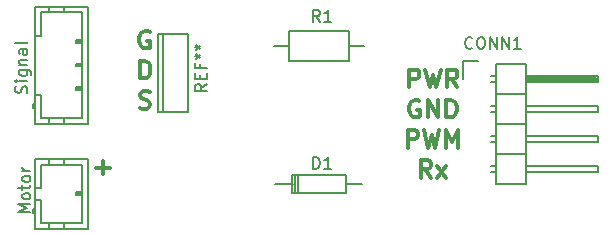
<source format=gbr>
G04 #@! TF.FileFunction,Legend,Top*
%FSLAX46Y46*%
G04 Gerber Fmt 4.6, Leading zero omitted, Abs format (unit mm)*
G04 Created by KiCad (PCBNEW 4.0.4-stable) date 01/06/17 20:42:19*
%MOMM*%
%LPD*%
G01*
G04 APERTURE LIST*
%ADD10C,0.100000*%
%ADD11C,0.300000*%
%ADD12C,0.150000*%
G04 APERTURE END LIST*
D10*
D11*
X72168000Y-96167571D02*
X72168000Y-94667571D01*
X72739428Y-94667571D01*
X72882286Y-94739000D01*
X72953714Y-94810429D01*
X73025143Y-94953286D01*
X73025143Y-95167571D01*
X72953714Y-95310429D01*
X72882286Y-95381857D01*
X72739428Y-95453286D01*
X72168000Y-95453286D01*
X73525143Y-94667571D02*
X73882286Y-96167571D01*
X74168000Y-95096143D01*
X74453714Y-96167571D01*
X74810857Y-94667571D01*
X76239429Y-96167571D02*
X75739429Y-95453286D01*
X75382286Y-96167571D02*
X75382286Y-94667571D01*
X75953714Y-94667571D01*
X76096572Y-94739000D01*
X76168000Y-94810429D01*
X76239429Y-94953286D01*
X76239429Y-95167571D01*
X76168000Y-95310429D01*
X76096572Y-95381857D01*
X75953714Y-95453286D01*
X75382286Y-95453286D01*
X73025143Y-97289000D02*
X72882286Y-97217571D01*
X72668000Y-97217571D01*
X72453715Y-97289000D01*
X72310857Y-97431857D01*
X72239429Y-97574714D01*
X72168000Y-97860429D01*
X72168000Y-98074714D01*
X72239429Y-98360429D01*
X72310857Y-98503286D01*
X72453715Y-98646143D01*
X72668000Y-98717571D01*
X72810857Y-98717571D01*
X73025143Y-98646143D01*
X73096572Y-98574714D01*
X73096572Y-98074714D01*
X72810857Y-98074714D01*
X73739429Y-98717571D02*
X73739429Y-97217571D01*
X74596572Y-98717571D01*
X74596572Y-97217571D01*
X75310858Y-98717571D02*
X75310858Y-97217571D01*
X75668001Y-97217571D01*
X75882286Y-97289000D01*
X76025144Y-97431857D01*
X76096572Y-97574714D01*
X76168001Y-97860429D01*
X76168001Y-98074714D01*
X76096572Y-98360429D01*
X76025144Y-98503286D01*
X75882286Y-98646143D01*
X75668001Y-98717571D01*
X75310858Y-98717571D01*
X72060857Y-101267571D02*
X72060857Y-99767571D01*
X72632285Y-99767571D01*
X72775143Y-99839000D01*
X72846571Y-99910429D01*
X72918000Y-100053286D01*
X72918000Y-100267571D01*
X72846571Y-100410429D01*
X72775143Y-100481857D01*
X72632285Y-100553286D01*
X72060857Y-100553286D01*
X73418000Y-99767571D02*
X73775143Y-101267571D01*
X74060857Y-100196143D01*
X74346571Y-101267571D01*
X74703714Y-99767571D01*
X75275143Y-101267571D02*
X75275143Y-99767571D01*
X75775143Y-100839000D01*
X76275143Y-99767571D01*
X76275143Y-101267571D01*
X74025143Y-103817571D02*
X73525143Y-103103286D01*
X73168000Y-103817571D02*
X73168000Y-102317571D01*
X73739428Y-102317571D01*
X73882286Y-102389000D01*
X73953714Y-102460429D01*
X74025143Y-102603286D01*
X74025143Y-102817571D01*
X73953714Y-102960429D01*
X73882286Y-103031857D01*
X73739428Y-103103286D01*
X73168000Y-103103286D01*
X74525143Y-103817571D02*
X75310857Y-102817571D01*
X74525143Y-102817571D02*
X75310857Y-103817571D01*
X45656572Y-102977143D02*
X46799429Y-102977143D01*
X46228000Y-103548571D02*
X46228000Y-102405714D01*
X50176857Y-91442000D02*
X50034000Y-91370571D01*
X49819714Y-91370571D01*
X49605429Y-91442000D01*
X49462571Y-91584857D01*
X49391143Y-91727714D01*
X49319714Y-92013429D01*
X49319714Y-92227714D01*
X49391143Y-92513429D01*
X49462571Y-92656286D01*
X49605429Y-92799143D01*
X49819714Y-92870571D01*
X49962571Y-92870571D01*
X50176857Y-92799143D01*
X50248286Y-92727714D01*
X50248286Y-92227714D01*
X49962571Y-92227714D01*
X49391143Y-95420571D02*
X49391143Y-93920571D01*
X49748286Y-93920571D01*
X49962571Y-93992000D01*
X50105429Y-94134857D01*
X50176857Y-94277714D01*
X50248286Y-94563429D01*
X50248286Y-94777714D01*
X50176857Y-95063429D01*
X50105429Y-95206286D01*
X49962571Y-95349143D01*
X49748286Y-95420571D01*
X49391143Y-95420571D01*
X49355429Y-97899143D02*
X49569715Y-97970571D01*
X49926858Y-97970571D01*
X50069715Y-97899143D01*
X50141144Y-97827714D01*
X50212572Y-97684857D01*
X50212572Y-97542000D01*
X50141144Y-97399143D01*
X50069715Y-97327714D01*
X49926858Y-97256286D01*
X49641144Y-97184857D01*
X49498286Y-97113429D01*
X49426858Y-97042000D01*
X49355429Y-96899143D01*
X49355429Y-96756286D01*
X49426858Y-96613429D01*
X49498286Y-96542000D01*
X49641144Y-96470571D01*
X49998286Y-96470571D01*
X50212572Y-96542000D01*
D12*
X44964000Y-99232000D02*
X40464000Y-99232000D01*
X40464000Y-99232000D02*
X40464000Y-89332000D01*
X40464000Y-89332000D02*
X44964000Y-89332000D01*
X44964000Y-89332000D02*
X44964000Y-99232000D01*
X40464000Y-96782000D02*
X40964000Y-96782000D01*
X40964000Y-96782000D02*
X40964000Y-98732000D01*
X40964000Y-98732000D02*
X44464000Y-98732000D01*
X44464000Y-98732000D02*
X44464000Y-89832000D01*
X44464000Y-89832000D02*
X40964000Y-89832000D01*
X40964000Y-89832000D02*
X40964000Y-91782000D01*
X40964000Y-91782000D02*
X40464000Y-91782000D01*
X41664000Y-99232000D02*
X41664000Y-98732000D01*
X42964000Y-99232000D02*
X42964000Y-98732000D01*
X41664000Y-89832000D02*
X41664000Y-89332000D01*
X42964000Y-89832000D02*
X42964000Y-89332000D01*
X40464000Y-97582000D02*
X40264000Y-97582000D01*
X40264000Y-97582000D02*
X40264000Y-97882000D01*
X40264000Y-97882000D02*
X40464000Y-97882000D01*
X40364000Y-97582000D02*
X40364000Y-97882000D01*
X44464000Y-96382000D02*
X43964000Y-96382000D01*
X43964000Y-96382000D02*
X43964000Y-96182000D01*
X43964000Y-96182000D02*
X44464000Y-96182000D01*
X44464000Y-96282000D02*
X43964000Y-96282000D01*
X44464000Y-94382000D02*
X43964000Y-94382000D01*
X43964000Y-94382000D02*
X43964000Y-94182000D01*
X43964000Y-94182000D02*
X44464000Y-94182000D01*
X44464000Y-94282000D02*
X43964000Y-94282000D01*
X44464000Y-92382000D02*
X43964000Y-92382000D01*
X43964000Y-92382000D02*
X43964000Y-92182000D01*
X43964000Y-92182000D02*
X44464000Y-92182000D01*
X44464000Y-92282000D02*
X43964000Y-92282000D01*
X44964000Y-108122000D02*
X40464000Y-108122000D01*
X40464000Y-108122000D02*
X40464000Y-102222000D01*
X40464000Y-102222000D02*
X44964000Y-102222000D01*
X44964000Y-102222000D02*
X44964000Y-108122000D01*
X40464000Y-105672000D02*
X40964000Y-105672000D01*
X40964000Y-105672000D02*
X40964000Y-107622000D01*
X40964000Y-107622000D02*
X44464000Y-107622000D01*
X44464000Y-107622000D02*
X44464000Y-102722000D01*
X44464000Y-102722000D02*
X40964000Y-102722000D01*
X40964000Y-102722000D02*
X40964000Y-104672000D01*
X40964000Y-104672000D02*
X40464000Y-104672000D01*
X41664000Y-108122000D02*
X41664000Y-107622000D01*
X42964000Y-108122000D02*
X42964000Y-107622000D01*
X41664000Y-102722000D02*
X41664000Y-102222000D01*
X42964000Y-102722000D02*
X42964000Y-102222000D01*
X40464000Y-106472000D02*
X40264000Y-106472000D01*
X40264000Y-106472000D02*
X40264000Y-106772000D01*
X40264000Y-106772000D02*
X40464000Y-106772000D01*
X40364000Y-106472000D02*
X40364000Y-106772000D01*
X44464000Y-105272000D02*
X43964000Y-105272000D01*
X43964000Y-105272000D02*
X43964000Y-105072000D01*
X43964000Y-105072000D02*
X44464000Y-105072000D01*
X44464000Y-105172000D02*
X43964000Y-105172000D01*
X76678000Y-93954000D02*
X76678000Y-95504000D01*
X77978000Y-93954000D02*
X76678000Y-93954000D01*
X82169000Y-95377000D02*
X88011000Y-95377000D01*
X88011000Y-95377000D02*
X88011000Y-95631000D01*
X88011000Y-95631000D02*
X82169000Y-95631000D01*
X82169000Y-95631000D02*
X82169000Y-95504000D01*
X82169000Y-95504000D02*
X88011000Y-95504000D01*
X79502000Y-95250000D02*
X79121000Y-95250000D01*
X79502000Y-95758000D02*
X79121000Y-95758000D01*
X79502000Y-97790000D02*
X79121000Y-97790000D01*
X79502000Y-98298000D02*
X79121000Y-98298000D01*
X79502000Y-100330000D02*
X79121000Y-100330000D01*
X79502000Y-100838000D02*
X79121000Y-100838000D01*
X79502000Y-103378000D02*
X79121000Y-103378000D01*
X79502000Y-102870000D02*
X79121000Y-102870000D01*
X79502000Y-94234000D02*
X82042000Y-94234000D01*
X79502000Y-96774000D02*
X82042000Y-96774000D01*
X79502000Y-96774000D02*
X79502000Y-99314000D01*
X79502000Y-99314000D02*
X82042000Y-99314000D01*
X82042000Y-97790000D02*
X88138000Y-97790000D01*
X88138000Y-97790000D02*
X88138000Y-98298000D01*
X88138000Y-98298000D02*
X82042000Y-98298000D01*
X82042000Y-99314000D02*
X82042000Y-96774000D01*
X82042000Y-96774000D02*
X82042000Y-94234000D01*
X88138000Y-95758000D02*
X82042000Y-95758000D01*
X88138000Y-95250000D02*
X88138000Y-95758000D01*
X82042000Y-95250000D02*
X88138000Y-95250000D01*
X79502000Y-96774000D02*
X82042000Y-96774000D01*
X79502000Y-94234000D02*
X79502000Y-96774000D01*
X79502000Y-101854000D02*
X82042000Y-101854000D01*
X79502000Y-101854000D02*
X79502000Y-104394000D01*
X79502000Y-104394000D02*
X82042000Y-104394000D01*
X82042000Y-102870000D02*
X88138000Y-102870000D01*
X88138000Y-102870000D02*
X88138000Y-103378000D01*
X88138000Y-103378000D02*
X82042000Y-103378000D01*
X82042000Y-104394000D02*
X82042000Y-101854000D01*
X82042000Y-101854000D02*
X82042000Y-99314000D01*
X88138000Y-100838000D02*
X82042000Y-100838000D01*
X88138000Y-100330000D02*
X88138000Y-100838000D01*
X82042000Y-100330000D02*
X88138000Y-100330000D01*
X79502000Y-101854000D02*
X82042000Y-101854000D01*
X79502000Y-99314000D02*
X79502000Y-101854000D01*
X79502000Y-99314000D02*
X82042000Y-99314000D01*
X66802000Y-104394000D02*
X68199000Y-104394000D01*
X62357000Y-104394000D02*
X60833000Y-104394000D01*
X62738000Y-103632000D02*
X62738000Y-105156000D01*
X62484000Y-103632000D02*
X62484000Y-105156000D01*
X62230000Y-104394000D02*
X62230000Y-105156000D01*
X62230000Y-105156000D02*
X66802000Y-105156000D01*
X66802000Y-105156000D02*
X66802000Y-103632000D01*
X66802000Y-103632000D02*
X62230000Y-103632000D01*
X62230000Y-103632000D02*
X62230000Y-104394000D01*
X61976000Y-91440000D02*
X67056000Y-91440000D01*
X67056000Y-91440000D02*
X67056000Y-93980000D01*
X67056000Y-93980000D02*
X61976000Y-93980000D01*
X61976000Y-93980000D02*
X61976000Y-91440000D01*
X61976000Y-92710000D02*
X60706000Y-92710000D01*
X67056000Y-92710000D02*
X68326000Y-92710000D01*
X51308000Y-91694000D02*
X51308000Y-98298000D01*
X52324000Y-91694000D02*
X50927000Y-91694000D01*
X50927000Y-91694000D02*
X50927000Y-98298000D01*
X50927000Y-98298000D02*
X53467000Y-98298000D01*
X53467000Y-98298000D02*
X53467000Y-91694000D01*
X53467000Y-91694000D02*
X52324000Y-91694000D01*
X39774762Y-96630857D02*
X39822381Y-96488000D01*
X39822381Y-96249904D01*
X39774762Y-96154666D01*
X39727143Y-96107047D01*
X39631905Y-96059428D01*
X39536667Y-96059428D01*
X39441429Y-96107047D01*
X39393810Y-96154666D01*
X39346190Y-96249904D01*
X39298571Y-96440381D01*
X39250952Y-96535619D01*
X39203333Y-96583238D01*
X39108095Y-96630857D01*
X39012857Y-96630857D01*
X38917619Y-96583238D01*
X38870000Y-96535619D01*
X38822381Y-96440381D01*
X38822381Y-96202285D01*
X38870000Y-96059428D01*
X39822381Y-95630857D02*
X39155714Y-95630857D01*
X38822381Y-95630857D02*
X38870000Y-95678476D01*
X38917619Y-95630857D01*
X38870000Y-95583238D01*
X38822381Y-95630857D01*
X38917619Y-95630857D01*
X39155714Y-94726095D02*
X39965238Y-94726095D01*
X40060476Y-94773714D01*
X40108095Y-94821333D01*
X40155714Y-94916572D01*
X40155714Y-95059429D01*
X40108095Y-95154667D01*
X39774762Y-94726095D02*
X39822381Y-94821333D01*
X39822381Y-95011810D01*
X39774762Y-95107048D01*
X39727143Y-95154667D01*
X39631905Y-95202286D01*
X39346190Y-95202286D01*
X39250952Y-95154667D01*
X39203333Y-95107048D01*
X39155714Y-95011810D01*
X39155714Y-94821333D01*
X39203333Y-94726095D01*
X39155714Y-94249905D02*
X39822381Y-94249905D01*
X39250952Y-94249905D02*
X39203333Y-94202286D01*
X39155714Y-94107048D01*
X39155714Y-93964190D01*
X39203333Y-93868952D01*
X39298571Y-93821333D01*
X39822381Y-93821333D01*
X39822381Y-92916571D02*
X39298571Y-92916571D01*
X39203333Y-92964190D01*
X39155714Y-93059428D01*
X39155714Y-93249905D01*
X39203333Y-93345143D01*
X39774762Y-92916571D02*
X39822381Y-93011809D01*
X39822381Y-93249905D01*
X39774762Y-93345143D01*
X39679524Y-93392762D01*
X39584286Y-93392762D01*
X39489048Y-93345143D01*
X39441429Y-93249905D01*
X39441429Y-93011809D01*
X39393810Y-92916571D01*
X39822381Y-92297524D02*
X39774762Y-92392762D01*
X39679524Y-92440381D01*
X38822381Y-92440381D01*
X40076381Y-106735334D02*
X39076381Y-106735334D01*
X39790667Y-106402000D01*
X39076381Y-106068667D01*
X40076381Y-106068667D01*
X40076381Y-105449620D02*
X40028762Y-105544858D01*
X39981143Y-105592477D01*
X39885905Y-105640096D01*
X39600190Y-105640096D01*
X39504952Y-105592477D01*
X39457333Y-105544858D01*
X39409714Y-105449620D01*
X39409714Y-105306762D01*
X39457333Y-105211524D01*
X39504952Y-105163905D01*
X39600190Y-105116286D01*
X39885905Y-105116286D01*
X39981143Y-105163905D01*
X40028762Y-105211524D01*
X40076381Y-105306762D01*
X40076381Y-105449620D01*
X39409714Y-104830572D02*
X39409714Y-104449620D01*
X39076381Y-104687715D02*
X39933524Y-104687715D01*
X40028762Y-104640096D01*
X40076381Y-104544858D01*
X40076381Y-104449620D01*
X40076381Y-103973429D02*
X40028762Y-104068667D01*
X39981143Y-104116286D01*
X39885905Y-104163905D01*
X39600190Y-104163905D01*
X39504952Y-104116286D01*
X39457333Y-104068667D01*
X39409714Y-103973429D01*
X39409714Y-103830571D01*
X39457333Y-103735333D01*
X39504952Y-103687714D01*
X39600190Y-103640095D01*
X39885905Y-103640095D01*
X39981143Y-103687714D01*
X40028762Y-103735333D01*
X40076381Y-103830571D01*
X40076381Y-103973429D01*
X40076381Y-103211524D02*
X39409714Y-103211524D01*
X39600190Y-103211524D02*
X39504952Y-103163905D01*
X39457333Y-103116286D01*
X39409714Y-103021048D01*
X39409714Y-102925809D01*
X77509905Y-92813143D02*
X77462286Y-92860762D01*
X77319429Y-92908381D01*
X77224191Y-92908381D01*
X77081333Y-92860762D01*
X76986095Y-92765524D01*
X76938476Y-92670286D01*
X76890857Y-92479810D01*
X76890857Y-92336952D01*
X76938476Y-92146476D01*
X76986095Y-92051238D01*
X77081333Y-91956000D01*
X77224191Y-91908381D01*
X77319429Y-91908381D01*
X77462286Y-91956000D01*
X77509905Y-92003619D01*
X78128952Y-91908381D02*
X78319429Y-91908381D01*
X78414667Y-91956000D01*
X78509905Y-92051238D01*
X78557524Y-92241714D01*
X78557524Y-92575048D01*
X78509905Y-92765524D01*
X78414667Y-92860762D01*
X78319429Y-92908381D01*
X78128952Y-92908381D01*
X78033714Y-92860762D01*
X77938476Y-92765524D01*
X77890857Y-92575048D01*
X77890857Y-92241714D01*
X77938476Y-92051238D01*
X78033714Y-91956000D01*
X78128952Y-91908381D01*
X78986095Y-92908381D02*
X78986095Y-91908381D01*
X79557524Y-92908381D01*
X79557524Y-91908381D01*
X80033714Y-92908381D02*
X80033714Y-91908381D01*
X80605143Y-92908381D01*
X80605143Y-91908381D01*
X81605143Y-92908381D02*
X81033714Y-92908381D01*
X81319428Y-92908381D02*
X81319428Y-91908381D01*
X81224190Y-92051238D01*
X81128952Y-92146476D01*
X81033714Y-92194095D01*
X64031905Y-103068381D02*
X64031905Y-102068381D01*
X64270000Y-102068381D01*
X64412858Y-102116000D01*
X64508096Y-102211238D01*
X64555715Y-102306476D01*
X64603334Y-102496952D01*
X64603334Y-102639810D01*
X64555715Y-102830286D01*
X64508096Y-102925524D01*
X64412858Y-103020762D01*
X64270000Y-103068381D01*
X64031905Y-103068381D01*
X65555715Y-103068381D02*
X64984286Y-103068381D01*
X65270000Y-103068381D02*
X65270000Y-102068381D01*
X65174762Y-102211238D01*
X65079524Y-102306476D01*
X64984286Y-102354095D01*
X64598254Y-90622381D02*
X64264920Y-90146190D01*
X64026825Y-90622381D02*
X64026825Y-89622381D01*
X64407778Y-89622381D01*
X64503016Y-89670000D01*
X64550635Y-89717619D01*
X64598254Y-89812857D01*
X64598254Y-89955714D01*
X64550635Y-90050952D01*
X64503016Y-90098571D01*
X64407778Y-90146190D01*
X64026825Y-90146190D01*
X65550635Y-90622381D02*
X64979206Y-90622381D01*
X65264920Y-90622381D02*
X65264920Y-89622381D01*
X65169682Y-89765238D01*
X65074444Y-89860476D01*
X64979206Y-89908095D01*
X55001381Y-95890333D02*
X54525190Y-96223667D01*
X55001381Y-96461762D02*
X54001381Y-96461762D01*
X54001381Y-96080809D01*
X54049000Y-95985571D01*
X54096619Y-95937952D01*
X54191857Y-95890333D01*
X54334714Y-95890333D01*
X54429952Y-95937952D01*
X54477571Y-95985571D01*
X54525190Y-96080809D01*
X54525190Y-96461762D01*
X54477571Y-95461762D02*
X54477571Y-95128428D01*
X55001381Y-94985571D02*
X55001381Y-95461762D01*
X54001381Y-95461762D01*
X54001381Y-94985571D01*
X54477571Y-94223666D02*
X54477571Y-94557000D01*
X55001381Y-94557000D02*
X54001381Y-94557000D01*
X54001381Y-94080809D01*
X54001381Y-93557000D02*
X54239476Y-93557000D01*
X54144238Y-93795095D02*
X54239476Y-93557000D01*
X54144238Y-93318904D01*
X54429952Y-93699857D02*
X54239476Y-93557000D01*
X54429952Y-93414142D01*
X54001381Y-92795095D02*
X54239476Y-92795095D01*
X54144238Y-93033190D02*
X54239476Y-92795095D01*
X54144238Y-92556999D01*
X54429952Y-92937952D02*
X54239476Y-92795095D01*
X54429952Y-92652237D01*
M02*

</source>
